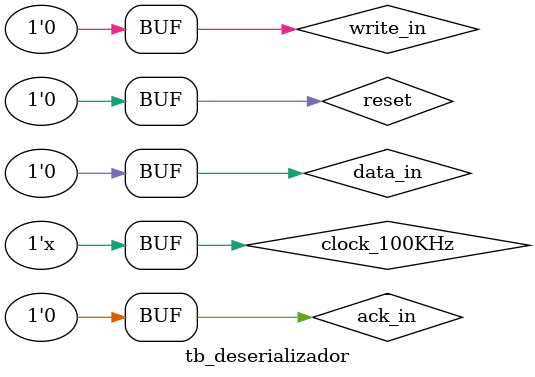
<source format=sv>
`timescale 1ns/1ps

module tb_deserializador;

    logic clock_100KHz;
    logic reset;
    logic ack_in;
    logic data_in;
    logic write_in;
    logic status_out;
    logic data_ready;
    logic [7:0] data_out;

    deserializador DUT 
    (
        .clock_100KHz(clock_100KHz),
        .reset(reset),
        .ack_in(ack_in),
        .data_in(data_in),
        .write_in(write_in),
        .status_out(status_out),
        .data_ready(data_ready),
        .data_out(data_out)
    );

    always #5 clock_100KHz = ~clock_100KHz;

    initial begin

        $monitor("Time=%0t state=%s data_in=%b write_in=%b bits_count=%0d data_out=%8b data_ready=%b status_out=%b",
                 $time, DUT.state.name, data_in, write_in, DUT.bits_count, data_out, data_ready, status_out);

        clock_100KHz = 0;
        reset    = 1;
        ack_in   = 0;
        data_in  = 0;
        write_in = 0; #10;
        reset    = 0; #10;
        write_in = 1;
        data_in  = 0; #10;
        data_in  = 1; #10;
        data_in  = 0; #10;
        write_in = 0; #10;
        data_in  = 1; #10;
        write_in = 1;
        data_in  = 1; #10;
        data_in  = 0; #10;
        data_in  = 1; #10;
        data_in  = 0; #10;
        data_in  = 1; #10;
        data_in  = 0; #10;
        data_in  = 1; #10;
        data_in  = 0; #10;
        write_in = 0; #10;
        ack_in   = 1; #20;
        ack_in   = 0; #10;
    end
endmodule
</source>
